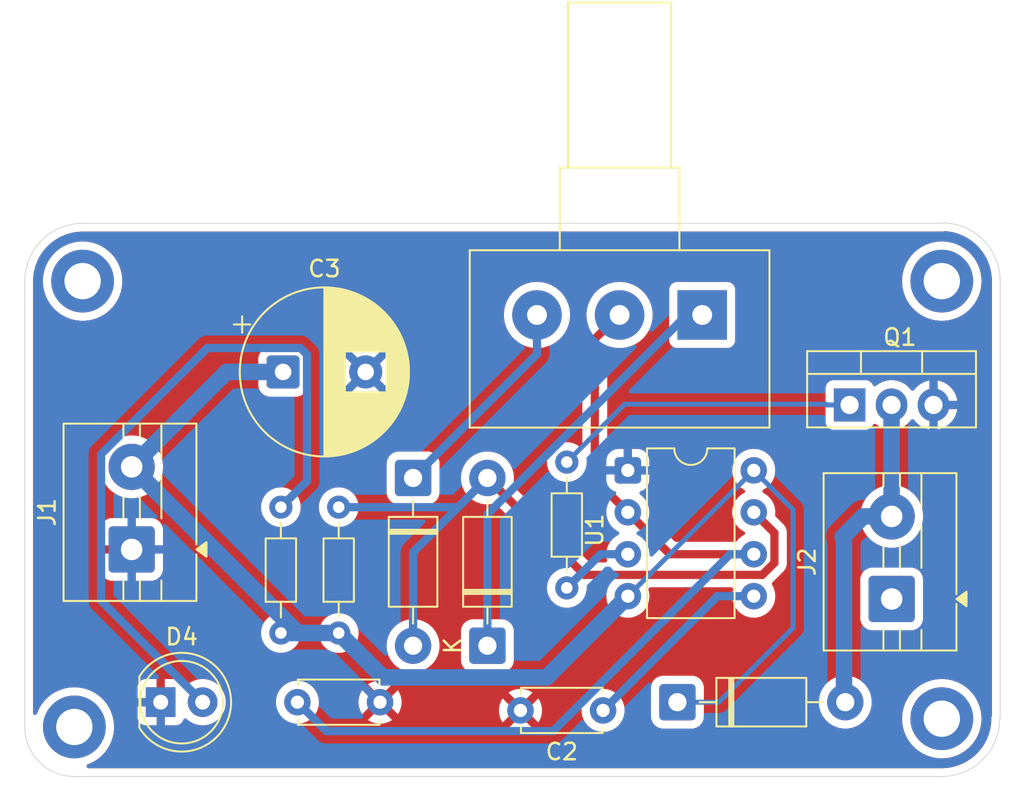
<source format=kicad_pcb>
(kicad_pcb (version 20241229) (generator "pcbnew") (generator_version "9.0")
  (layers (0 "F.Cu" signal) (2 "B.Cu" signal) (13 "F.Paste" user) (15 "B.Paste" user) (5 "F.SilkS" user "F.Silkscreen") (7 "B.SilkS" user "B.Silkscreen") (1 "F.Mask" user) (3 "B.Mask" user) (25 "Edge.Cuts" user))
  (net 0 "")
  (net 1 "Net-(U1-THR)")
  (net 2 "GND")
  (net 3 "Net-(U1-CV)")
  (net 4 "Net-(D3-K)")
  (net 5 "Net-(D1-A)")
  (net 6 "Net-(D1-K)")
  (net 7 "Net-(D2-K)")
  (net 8 "Net-(D3-A)")
  (net 9 "Net-(D4-A)")
  (net 10 "Net-(Q1-B)")
  (net 11 "Net-(U1-Q)")
  (footprint "MountingHole:MountingHole_2.2mm_M2_DIN965_Pad" (layer "F.Cu") (at 61.5 78)
    (property "Reference" "REF**" (hide yes))
    (property "Value" "MountingHole_2.2mm_M2_DIN965_Pad" (hide yes))
    (pad "1" thru_hole circle (at 0 0) (size 3.8 3.8) (drill 2.2) (layers "*.Cu" "*.Mask"))
  )
  (footprint "MountingHole:MountingHole_2.2mm_M2_DIN965_Pad" (layer "F.Cu") (at 113.5 78)
    (property "Reference" "REF**" (hide yes))
    (property "Value" "MountingHole_2.2mm_M2_DIN965_Pad" (hide yes))
    (pad "1" thru_hole circle (at 0 0) (size 3.8 3.8) (drill 2.2) (layers "*.Cu" "*.Mask"))
  )
  (footprint "MountingHole:MountingHole_2.2mm_M2_DIN965_Pad" (layer "F.Cu") (at 113.5 104.5)
    (property "Reference" "REF**" (hide yes))
    (property "Value" "MountingHole_2.2mm_M2_DIN965_Pad" (hide yes))
    (pad "1" thru_hole circle (at 0 0) (size 3.8 3.8) (drill 2.2) (layers "*.Cu" "*.Mask"))
  )
  (footprint "Package_DIP:DIP-8_W7.62mm" (layer "F.Cu") (at 94.5 89.46)
    (property "Reference" "U1" (at -2 3.62 270) (layer "F.SilkS"))
    (property "Value" "NE555P" (hide yes))
    (fp_line (start 1.16 -1.33) (end 1.16 8.95) (stroke (width 0.12)) (layer "F.SilkS"))
    (fp_line (start 1.16 8.95) (end 6.46 8.95) (stroke (width 0.12)) (layer "F.SilkS"))
    (fp_line (start 2.81 -1.33) (end 1.16 -1.33) (stroke (width 0.12)) (layer "F.SilkS"))
    (fp_line (start 6.46 -1.33) (end 4.81 -1.33) (stroke (width 0.12)) (layer "F.SilkS"))
    (fp_line (start 6.46 8.95) (end 6.46 -1.33) (stroke (width 0.12)) (layer "F.SilkS"))
    (fp_arc (start 4.81 -1.33) (mid 3.81 -0.33) (end 2.81 -1.33) (stroke (width 0.12)) (layer "F.SilkS"))
    (pad "1" thru_hole roundrect (at 0 0) (size 1.6 1.6) (drill 0.8) (layers "*.Cu" "*.Mask") (roundrect_rratio 0.15625) (net 2 "GND"))
    (pad "2" thru_hole circle (at 0 2.54) (size 1.6 1.6) (drill 0.8) (layers "*.Cu" "*.Mask") (net 1 "Net-(U1-THR)"))
    (pad "3" thru_hole circle (at 0 5.08) (size 1.6 1.6) (drill 0.8) (layers "*.Cu" "*.Mask") (net 11 "Net-(U1-Q)"))
    (pad "4" thru_hole circle (at 0 7.62) (size 1.6 1.6) (drill 0.8) (layers "*.Cu" "*.Mask") (net 4 "Net-(D3-K)"))
    (pad "5" thru_hole circle (at 7.62 7.62) (size 1.6 1.6) (drill 0.8) (layers "*.Cu" "*.Mask") (net 3 "Net-(U1-CV)"))
    (pad "6" thru_hole circle (at 7.62 5.08) (size 1.6 1.6) (drill 0.8) (layers "*.Cu" "*.Mask") (net 1 "Net-(U1-THR)"))
    (pad "7" thru_hole circle (at 7.62 2.54) (size 1.6 1.6) (drill 0.8) (layers "*.Cu" "*.Mask") (net 5 "Net-(D1-A)"))
    (pad "8" thru_hole circle (at 7.62 0) (size 1.6 1.6) (drill 0.8) (layers "*.Cu" "*.Mask") (net 4 "Net-(D3-K)"))
  )
  (footprint "Diode_THT:D_DO-41_SOD81_P10.16mm_Horizontal" (layer "F.Cu") (at 97.5 103.5)
    (property "Reference" "D3" (hide yes))
    (property "Value" "1N4007" (hide yes))
    (fp_line (start 1.34 0) (end 2.36 0) (stroke (width 0.12)) (layer "F.SilkS"))
    (fp_line (start 3.14 -1.47) (end 3.14 1.47) (stroke (width 0.12)) (layer "F.SilkS"))
    (fp_line (start 3.26 -1.47) (end 3.26 1.47) (stroke (width 0.12)) (layer "F.SilkS"))
    (fp_line (start 3.38 -1.47) (end 3.38 1.47) (stroke (width 0.12)) (layer "F.SilkS"))
    (fp_line (start 8.82 0) (end 7.8 0) (stroke (width 0.12)) (layer "F.SilkS"))
    (fp_rect (start 2.36 -1.47) (end 7.8 1.47) (stroke (width 0.12)) (fill no) (layer "F.SilkS"))
    (pad "1" thru_hole roundrect (at 0 0) (size 2.2 2.2) (drill 1.1) (layers "*.Cu" "*.Mask") (roundrect_rratio 0.113636) (net 4 "Net-(D3-K)"))
    (pad "2" thru_hole circle (at 10.16 0) (size 2.2 2.2) (drill 1.1) (layers "*.Cu" "*.Mask") (net 8 "Net-(D3-A)"))
  )
  (footprint "TerminalBlock:TerminalBlock_MaiXu_MX126-5.0-02P_1x02_P5.00mm" (layer "F.Cu") (at 64.4675 94.25 90)
    (property "Reference" "J1" (at 2.25 -5.12 90) (layer "F.SilkS"))
    (property "Value" "Screw_Terminal_01x02" (hide yes))
    (fp_line (start 7.62 -4.12) (end 7.62 3.92) (stroke (width 0.12)) (layer "F.SilkS"))
    (fp_line (start -3.12 -4.12) (end 7.62 -4.12) (stroke (width 0.12)) (layer "F.SilkS"))
    (fp_line (start 6.812 -0.5) (end 7.62 -0.5) (stroke (width 0.12)) (layer "F.SilkS"))
    (fp_line (start 1.88 -0.5) (end 3.188 -0.5) (stroke (width 0.12)) (layer "F.SilkS"))
    (fp_line (start -3.12 -0.5) (end -1.88 -0.5) (stroke (width 0.12)) (layer "F.SilkS"))
    (fp_line (start 6.812 0.5) (end 7.62 0.5) (stroke (width 0.12)) (layer "F.SilkS"))
    (fp_line (start 1.88 0.5) (end 3.188 0.5) (stroke (width 0.12)) (layer "F.SilkS"))
    (fp_line (start -3.12 0.5) (end -1.88 0.5) (stroke (width 0.12)) (layer "F.SilkS"))
    (fp_line (start 5.543 1.8) (end 7.62 1.8) (stroke (width 0.12)) (layer "F.SilkS"))
    (fp_line (start 1.88 1.8) (end 4.457 1.8) (stroke (width 0.12)) (layer "F.SilkS"))
    (fp_line (start -3.12 1.8) (end -1.88 1.8) (stroke (width 0.12)) (layer "F.SilkS"))
    (fp_line (start 7.62 3.92) (end 0.3 3.92) (stroke (width 0.12)) (layer "F.SilkS"))
    (fp_line (start -0.3 3.92) (end -3.12 3.92) (stroke (width 0.12)) (layer "F.SilkS"))
    (fp_line (start -3.12 3.92) (end -3.12 -4.12) (stroke (width 0.12)) (layer "F.SilkS"))
    (fp_poly (pts (xy 0 3.92) (xy 0.44 4.53) (xy -0.44 4.53)) (stroke (width 0.12)) (fill yes) (layer "F.SilkS"))
    (pad "1" thru_hole roundrect (at 0 0 90) (size 2.8 2.8) (drill 1.3) (layers "*.Cu" "*.Mask") (roundrect_rratio 0.089286) (net 2 "GND"))
    (pad "2" thru_hole circle (at 5 0 90) (size 2.8 2.8) (drill 1.3) (layers "*.Cu" "*.Mask") (net 4 "Net-(D3-K)"))
  )
  (footprint "MountingHole:MountingHole_2.2mm_M2_DIN965_Pad" (layer "F.Cu") (at 61 105)
    (property "Reference" "REF**" (hide yes))
    (property "Value" "MountingHole_2.2mm_M2_DIN965_Pad" (hide yes))
    (pad "1" thru_hole circle (at 0 0) (size 3.8 3.8) (drill 2.2) (layers "*.Cu" "*.Mask"))
  )
  (footprint "Capacitor_THT:C_Disc_D4.7mm_W2.5mm_P5.00mm" (layer "F.Cu") (at 93 104 180)
    (property "Reference" "C2" (at 2.5 -2.5 0) (layer "F.SilkS"))
    (property "Value" "100nf" (hide yes))
    (fp_line (start 4.97 1.37) (end 0.03 1.37) (stroke (width 0.12)) (layer "F.SilkS"))
    (fp_line (start 4.97 1.04) (end 4.97 1.37) (stroke (width 0.12)) (layer "F.SilkS"))
    (fp_line (start 4.97 -1.37) (end 4.97 -1.04) (stroke (width 0.12)) (layer "F.SilkS"))
    (fp_line (start 0.03 1.37) (end 0.03 1.04) (stroke (width 0.12)) (layer "F.SilkS"))
    (fp_line (start 0.03 -1.04) (end 0.03 -1.37) (stroke (width 0.12)) (layer "F.SilkS"))
    (fp_line (start 0.03 -1.37) (end 4.97 -1.37) (stroke (width 0.12)) (layer "F.SilkS"))
    (pad "1" thru_hole circle (at 0 0 180) (size 1.6 1.6) (drill 0.8) (layers "*.Cu" "*.Mask") (net 3 "Net-(U1-CV)"))
    (pad "2" thru_hole circle (at 5 0 180) (size 1.6 1.6) (drill 0.8) (layers "*.Cu" "*.Mask") (net 2 "GND"))
  )
  (footprint "Diode_THT:D_DO-41_SOD81_P10.16mm_Horizontal" (layer "F.Cu") (at 86 100.08 90)
    (property "Reference" "D2" (hide yes))
    (property "Value" "1N4007" (hide yes))
    (fp_line (start 3.38 -1.47) (end 3.38 1.47) (stroke (width 0.12)) (layer "F.SilkS"))
    (fp_line (start 3.26 -1.47) (end 3.26 1.47) (stroke (width 0.12)) (layer "F.SilkS"))
    (fp_line (start 3.14 -1.47) (end 3.14 1.47) (stroke (width 0.12)) (layer "F.SilkS"))
    (fp_line (start 8.82 0) (end 7.8 0) (stroke (width 0.12)) (layer "F.SilkS"))
    (fp_line (start 1.34 0) (end 2.36 0) (stroke (width 0.12)) (layer "F.SilkS"))
    (fp_rect (start 2.36 -1.47) (end 7.8 1.47) (stroke (width 0.12)) (fill no) (layer "F.SilkS"))
    (fp_text user "K" (at 0 -2.1 90) (layer "F.SilkS"))
    (pad "1" thru_hole roundrect (at 0 0 90) (size 2.2 2.2) (drill 1.1) (layers "*.Cu" "*.Mask") (roundrect_rratio 0.113636) (net 7 "Net-(D2-K)"))
    (pad "2" thru_hole circle (at 10.16 0 90) (size 2.2 2.2) (drill 1.1) (layers "*.Cu" "*.Mask") (net 5 "Net-(D1-A)"))
  )
  (footprint "TerminalBlock:TerminalBlock_MaiXu_MX126-5.0-02P_1x02_P5.00mm" (layer "F.Cu") (at 110.4675 97.25 90)
    (property "Reference" "J2" (at 2.25 -5.12 90) (layer "F.SilkS"))
    (property "Value" "Screw_Terminal_01x02" (hide yes))
    (fp_line (start 7.62 -4.12) (end 7.62 3.92) (stroke (width 0.12)) (layer "F.SilkS"))
    (fp_line (start -3.12 -4.12) (end 7.62 -4.12) (stroke (width 0.12)) (layer "F.SilkS"))
    (fp_line (start 6.812 -0.5) (end 7.62 -0.5) (stroke (width 0.12)) (layer "F.SilkS"))
    (fp_line (start 1.88 -0.5) (end 3.188 -0.5) (stroke (width 0.12)) (layer "F.SilkS"))
    (fp_line (start -3.12 -0.5) (end -1.88 -0.5) (stroke (width 0.12)) (layer "F.SilkS"))
    (fp_line (start 6.812 0.5) (end 7.62 0.5) (stroke (width 0.12)) (layer "F.SilkS"))
    (fp_line (start 1.88 0.5) (end 3.188 0.5) (stroke (width 0.12)) (layer "F.SilkS"))
    (fp_line (start -3.12 0.5) (end -1.88 0.5) (stroke (width 0.12)) (layer "F.SilkS"))
    (fp_line (start 5.543 1.8) (end 7.62 1.8) (stroke (width 0.12)) (layer "F.SilkS"))
    (fp_line (start 1.88 1.8) (end 4.457 1.8) (stroke (width 0.12)) (layer "F.SilkS"))
    (fp_line (start -3.12 1.8) (end -1.88 1.8) (stroke (width 0.12)) (layer "F.SilkS"))
    (fp_line (start 7.62 3.92) (end 0.3 3.92) (stroke (width 0.12)) (layer "F.SilkS"))
    (fp_line (start -0.3 3.92) (end -3.12 3.92) (stroke (width 0.12)) (layer "F.SilkS"))
    (fp_line (start -3.12 3.92) (end -3.12 -4.12) (stroke (width 0.12)) (layer "F.SilkS"))
    (fp_poly (pts (xy 0 3.92) (xy 0.44 4.53) (xy -0.44 4.53)) (stroke (width 0.12)) (fill yes) (layer "F.SilkS"))
    (pad "1" thru_hole roundrect (at 0 0 90) (size 2.8 2.8) (drill 1.3) (layers "*.Cu" "*.Mask") (roundrect_rratio 0.089286) (net 4 "Net-(D3-K)"))
    (pad "2" thru_hole circle (at 5 0 90) (size 2.8 2.8) (drill 1.3) (layers "*.Cu" "*.Mask") (net 8 "Net-(D3-A)"))
  )
  (footprint "Capacitor_THT:CP_Radial_D10.0mm_P5.00mm" (layer "F.Cu") (at 73.632323 83.5)
    (property "Reference" "C3" (at 2.5 -6.25 0) (layer "F.SilkS"))
    (property "Value" "1000uf" (hide yes))
    (fp_line (start -2.979646 -2.875) (end -1.979646 -2.875) (stroke (width 0.12)) (layer "F.SilkS"))
    (fp_line (start -2.479646 -3.375) (end -2.479646 -2.375) (stroke (width 0.12)) (layer "F.SilkS"))
    (fp_line (start 2.5 -5.08) (end 2.5 5.08) (stroke (width 0.12)) (layer "F.SilkS"))
    (fp_line (start 2.54 -5.08) (end 2.54 5.08) (stroke (width 0.12)) (layer "F.SilkS"))
    (fp_line (start 2.58 -5.079) (end 2.58 5.079) (stroke (width 0.12)) (layer "F.SilkS"))
    (fp_line (start 2.62 -5.079) (end 2.62 5.079) (stroke (width 0.12)) (layer "F.SilkS"))
    (fp_line (start 2.66 -5.077) (end 2.66 5.077) (stroke (width 0.12)) (layer "F.SilkS"))
    (fp_line (start 2.7 -5.076) (end 2.7 5.076) (stroke (width 0.12)) (layer "F.SilkS"))
    (fp_line (start 2.74 -5.074) (end 2.74 5.074) (stroke (width 0.12)) (layer "F.SilkS"))
    (fp_line (start 2.78 -5.072) (end 2.78 5.072) (stroke (width 0.12)) (layer "F.SilkS"))
    (fp_line (start 2.82 -5.07) (end 2.82 5.07) (stroke (width 0.12)) (layer "F.SilkS"))
    (fp_line (start 2.86 -5.067) (end 2.86 5.067) (stroke (width 0.12)) (layer "F.SilkS"))
    (fp_line (start 2.9 -5.064) (end 2.9 5.064) (stroke (width 0.12)) (layer "F.SilkS"))
    (fp_line (start 2.94 -5.061) (end 2.94 5.061) (stroke (width 0.12)) (layer "F.SilkS"))
    (fp_line (start 2.98 -5.057) (end 2.98 5.057) (stroke (width 0.12)) (layer "F.SilkS"))
    (fp_line (start 3.02 -5.054) (end 3.02 5.054) (stroke (width 0.12)) (layer "F.SilkS"))
    (fp_line (start 3.06 -5.049) (end 3.06 5.049) (stroke (width 0.12)) (layer "F.SilkS"))
    (fp_line (start 3.1 -5.045) (end 3.1 5.045) (stroke (width 0.12)) (layer "F.SilkS"))
    (fp_line (start 3.14 -5.04) (end 3.14 5.04) (stroke (width 0.12)) (layer "F.SilkS"))
    (fp_line (start 3.18 -5.035) (end 3.18 5.035) (stroke (width 0.12)) (layer "F.SilkS"))
    (fp_line (start 3.22 -5.029) (end 3.22 5.029) (stroke (width 0.12)) (layer "F.SilkS"))
    (fp_line (start 3.26 -5.023) (end 3.26 5.023) (stroke (width 0.12)) (layer "F.SilkS"))
    (fp_line (start 3.3 -5.017) (end 3.3 5.017) (stroke (width 0.12)) (layer "F.SilkS"))
    (fp_line (start 3.34 -5.011) (end 3.34 5.011) (stroke (width 0.12)) (layer "F.SilkS"))
    (fp_line (start 3.38 -5.004) (end 3.38 5.004) (stroke (width 0.12)) (layer "F.SilkS"))
    (fp_line (start 3.42 -4.997) (end 3.42 4.997) (stroke (width 0.12)) (layer "F.SilkS"))
    (fp_line (start 3.46 -4.989) (end 3.46 4.989) (stroke (width 0.12)) (layer "F.SilkS"))
    (fp_line (start 3.5 -4.981) (end 3.5 4.981) (stroke (width 0.12)) (layer "F.SilkS"))
    (fp_line (start 3.54 -4.973) (end 3.54 4.973) (stroke (width 0.12)) (layer "F.SilkS"))
    (fp_line (start 3.58 -4.965) (end 3.58 4.965) (stroke (width 0.12)) (layer "F.SilkS"))
    (fp_line (start 3.62 -4.956) (end 3.62 4.956) (stroke (width 0.12)) (layer "F.SilkS"))
    (fp_line (start 3.66 -4.947) (end 3.66 4.947) (stroke (width 0.12)) (layer "F.SilkS"))
    (fp_line (start 3.7 -4.937) (end 3.7 4.937) (stroke (width 0.12)) (layer "F.SilkS"))
    (fp_line (start 3.74 -4.928) (end 3.74 4.928) (stroke (width 0.12)) (layer "F.SilkS"))
    (fp_line (start 3.78 -4.917) (end 3.78 -1.24) (stroke (width 0.12)) (layer "F.SilkS"))
    (fp_line (start 3.78 1.24) (end 3.78 4.917) (stroke (width 0.12)) (layer "F.SilkS"))
    (fp_line (start 3.82 -4.907) (end 3.82 -1.24) (stroke (width 0.12)) (layer "F.SilkS"))
    (fp_line (start 3.82 1.24) (end 3.82 4.907) (stroke (width 0.12)) (layer "F.SilkS"))
    (fp_line (start 3.86 -4.896) (end 3.86 -1.24) (stroke (width 0.12)) (layer "F.SilkS"))
    (fp_line (start 3.86 1.24) (end 3.86 4.896) (stroke (width 0.12)) (layer "F.SilkS"))
    (fp_line (start 3.9 -4.885) (end 3.9 -1.24) (stroke (width 0.12)) (layer "F.SilkS"))
    (fp_line (start 3.9 1.24) (end 3.9 4.885) (stroke (width 0.12)) (layer "F.SilkS"))
    (fp_line (start 3.94 -4.873) (end 3.94 -1.24) (stroke (width 0.12)) (layer "F.SilkS"))
    (fp_line (start 3.94 1.24) (end 3.94 4.873) (stroke (width 0.12)) (layer "F.SilkS"))
    (fp_line (start 3.98 -4.861) (end 3.98 -1.24) (stroke (width 0.12)) (layer "F.SilkS"))
    (fp_line (start 3.98 1.24) (end 3.98 4.861) (stroke (width 0.12)) (layer "F.SilkS"))
    (fp_line (start 4.02 -4.849) (end 4.02 -1.24) (stroke (width 0.12)) (layer "F.SilkS"))
    (fp_line (start 4.02 1.24) (end 4.02 4.849) (stroke (width 0.12)) (layer "F.SilkS"))
    (fp_line (start 4.06 -4.837) (end 4.06 -1.24) (stroke (width 0.12)) (layer "F.SilkS"))
    (fp_line (start 4.06 1.24) (end 4.06 4.837) (stroke (width 0.12)) (layer "F.SilkS"))
    (fp_line (start 4.1 -4.824) (end 4.1 -1.24) (stroke (width 0.12)) (layer "F.SilkS"))
    (fp_line (start 4.1 1.24) (end 4.1 4.824) (stroke (width 0.12)) (layer "F.SilkS"))
    (fp_line (start 4.14 -4.81) (end 4.14 -1.24) (stroke (width 0.12)) (layer "F.SilkS"))
    (fp_line (start 4.14 1.24) (end 4.14 4.81) (stroke (width 0.12)) (layer "F.SilkS"))
    (fp_line (start 4.18 -4.797) (end 4.18 -1.24) (stroke (width 0.12)) (layer "F.SilkS"))
    (fp_line (start 4.18 1.24) (end 4.18 4.797) (stroke (width 0.12)) (layer "F.SilkS"))
    (fp_line (start 4.22 -4.782) (end 4.22 -1.24) (stroke (width 0.12)) (layer "F.SilkS"))
    (fp_line (start 4.22 1.24) (end 4.22 4.782) (stroke (width 0.12)) (layer "F.SilkS"))
    (fp_line (start 4.26 -4.768) (end 4.26 -1.24) (stroke (width 0.12)) (layer "F.SilkS"))
    (fp_line (start 4.26 1.24) (end 4.26 4.768) (stroke (width 0.12)) (layer "F.SilkS"))
    (fp_line (start 4.3 -4.753) (end 4.3 -1.24) (stroke (width 0.12)) (layer "F.SilkS"))
    (fp_line (start 4.3 1.24) (end 4.3 4.753) (stroke (width 0.12)) (layer "F.SilkS"))
    (fp_line (start 4.34 -4.738) (end 4.34 -1.24) (stroke (width 0.12)) (layer "F.SilkS"))
    (fp_line (start 4.34 1.24) (end 4.34 4.738) (stroke (width 0.12)) (layer "F.SilkS"))
    (fp_line (start 4.38 -4.722) (end 4.38 -1.24) (stroke (width 0.12)) (layer "F.SilkS"))
    (fp_line (start 4.38 1.24) (end 4.38 4.722) (stroke (width 0.12)) (layer "F.SilkS"))
    (fp_line (start 4.42 -4.706) (end 4.42 -1.24) (stroke (width 0.12)) (layer "F.SilkS"))
    (fp_line (start 4.42 1.24) (end 4.42 4.706) (stroke (width 0.12)) (layer "F.SilkS"))
    (fp_line (start 4.46 -4.69) (end 4.46 -1.24) (stroke (width 0.12)) (layer "F.SilkS"))
    (fp_line (start 4.46 1.24) (end 4.46 4.69) (stroke (width 0.12)) (layer "F.SilkS"))
    (fp_line (start 4.5 -4.673) (end 4.5 -1.24) (stroke (width 0.12)) (layer "F.SilkS"))
    (fp_line (start 4.5 1.24) (end 4.5 4.673) (stroke (width 0.12)) (layer "F.SilkS"))
    (fp_line (start 4.54 -4.656) (end 4.54 -1.24) (stroke (width 0.12)) (layer "F.SilkS"))
    (fp_line (start 4.54 1.24) (end 4.54 4.656) (stroke (width 0.12)) (layer "F.SilkS"))
    (fp_line (start 4.58 -4.638) (end 4.58 -1.24) (stroke (width 0.12)) (layer "F.SilkS"))
    (fp_line (start 4.58 1.24) (end 4.58 4.638) (stroke (width 0.12)) (layer "F.SilkS"))
    (fp_line (start 4.62 -4.62) (end 4.62 -1.24) (stroke (width 0.12)) (layer "F.SilkS"))
    (fp_line (start 4.62 1.24) (end 4.62 4.62) (stroke (width 0.12)) (layer "F.SilkS"))
    (fp_line (start 4.66 -4.602) (end 4.66 -1.24) (stroke (width 0.12)) (layer "F.SilkS"))
    (fp_line (start 4.66 1.24) (end 4.66 4.602) (stroke (width 0.12)) (layer "F.SilkS"))
    (fp_line (start 4.7 -4.583) (end 4.7 -1.24) (stroke (width 0.12)) (layer "F.SilkS"))
    (fp_line (start 4.7 1.24) (end 4.7 4.583) (stroke (width 0.12)) (layer "F.SilkS"))
    (fp_line (start 4.74 -4.564) (end 4.74 -1.24) (stroke (width 0.12)) (layer "F.SilkS"))
    (fp_line (start 4.74 1.24) (end 4.74 4.564) (stroke (width 0.12)) (layer "F.SilkS"))
    (fp_line (start 4.78 -4.544) (end 4.78 -1.24) (stroke (width 0.12)) (layer "F.SilkS"))
    (fp_line (start 4.78 1.24) (end 4.78 4.544) (stroke (width 0.12)) (layer "F.SilkS"))
    (fp_line (start 4.82 -4.524) (end 4.82 -1.24) (stroke (width 0.12)) (layer "F.SilkS"))
    (fp_line (start 4.82 1.24) (end 4.82 4.524) (stroke (width 0.12)) (layer "F.SilkS"))
    (fp_line (start 4.86 -4.504) (end 4.86 -1.24) (stroke (width 0.12)) (layer "F.SilkS"))
    (fp_line (start 4.86 1.24) (end 4.86 4.504) (stroke (width 0.12)) (layer "F.SilkS"))
    (fp_line (start 4.9 -4.483) (end 4.9 -1.24) (stroke (width 0.12)) (layer "F.SilkS"))
    (fp_line (start 4.9 1.24) (end 4.9 4.483) (stroke (width 0.12)) (layer "F.SilkS"))
    (fp_line (start 4.94 -4.461) (end 4.94 -1.24) (stroke (width 0.12)) (layer "F.SilkS"))
    (fp_line (start 4.94 1.24) (end 4.94 4.461) (stroke (width 0.12)) (layer "F.SilkS"))
    (fp_line (start 4.98 -4.439) (end 4.98 -1.24) (stroke (width 0.12)) (layer "F.SilkS"))
    (fp_line (start 4.98 1.24) (end 4.98 4.439) (stroke (width 0.12)) (layer "F.SilkS"))
    (fp_line (start 5.02 -4.417) (end 5.02 -1.24) (stroke (width 0.12)) (layer "F.SilkS"))
    (fp_line (start 5.02 1.24) (end 5.02 4.417) (stroke (width 0.12)) (layer "F.SilkS"))
    (fp_line (start 5.06 -4.394) (end 5.06 -1.24) (stroke (width 0.12)) (layer "F.SilkS"))
    (fp_line (start 5.06 1.24) (end 5.06 4.394) (stroke (width 0.12)) (layer "F.SilkS"))
    (fp_line (start 5.1 -4.371) (end 5.1 -1.24) (stroke (width 0.12)) (layer "F.SilkS"))
    (fp_line (start 5.1 1.24) (end 5.1 4.371) (stroke (width 0.12)) (layer "F.SilkS"))
    (fp_line (start 5.14 -4.347) (end 5.14 -1.24) (stroke (width 0.12)) (layer "F.SilkS"))
    (fp_line (start 5.14 1.24) (end 5.14 4.347) (stroke (width 0.12)) (layer "F.SilkS"))
    (fp_line (start 5.18 -4.323) (end 5.18 -1.24) (stroke (width 0.12)) (layer "F.SilkS"))
    (fp_line (start 5.18 1.24) (end 5.18 4.323) (stroke (width 0.12)) (layer "F.SilkS"))
    (fp_line (start 5.22 -4.298) (end 5.22 -1.24) (stroke (width 0.12)) (layer "F.SilkS"))
    (fp_line (start 5.22 1.24) (end 5.22 4.298) (stroke (width 0.12)) (layer "F.SilkS"))
    (fp_line (start 5.26 -4.272) (end 5.26 -1.24) (stroke (width 0.12)) (layer "F.SilkS"))
    (fp_line (start 5.26 1.24) (end 5.26 4.272) (stroke (width 0.12)) (layer "F.SilkS"))
    (fp_line (start 5.3 -4.247) (end 5.3 -1.24) (stroke (width 0.12)) (layer "F.SilkS"))
    (fp_line (start 5.3 1.24) (end 5.3 4.247) (stroke (width 0.12)) (layer "F.SilkS"))
    (fp_line (start 5.34 -4.22) (end 5.34 -1.24) (stroke (width 0.12)) (layer "F.SilkS"))
    (fp_line (start 5.34 1.24) (end 5.34 4.22) (stroke (width 0.12)) (layer "F.SilkS"))
    (fp_line (start 5.38 -4.193) (end 5.38 -1.24) (stroke (width 0.12)) (layer "F.SilkS"))
    (fp_line (start 5.38 1.24) (end 5.38 4.193) (stroke (width 0.12)) (layer "F.SilkS"))
    (fp_line (start 5.42 -4.166) (end 5.42 -1.24) (stroke (width 0.12)) (layer "F.SilkS"))
    (fp_line (start 5.42 1.24) (end 5.42 4.166) (stroke (width 0.12)) (layer "F.SilkS"))
    (fp_line (start 5.46 -4.138) (end 5.46 -1.24) (stroke (width 0.12)) (layer "F.SilkS"))
    (fp_line (start 5.46 1.24) (end 5.46 4.138) (stroke (width 0.12)) (layer "F.SilkS"))
    (fp_line (start 5.5 -4.109) (end 5.5 -1.24) (stroke (width 0.12)) (layer "F.SilkS"))
    (fp_line (start 5.5 1.24) (end 5.5 4.109) (stroke (width 0.12)) (layer "F.SilkS"))
    (fp_line (start 5.54 -4.08) (end 5.54 -1.24) (stroke (width 0.12)) (layer "F.SilkS"))
    (fp_line (start 5.54 1.24) (end 5.54 4.08) (stroke (width 0.12)) (layer "F.SilkS"))
    (fp_line (start 5.58 -4.05) (end 5.58 -1.24) (stroke (width 0.12)) (layer "F.SilkS"))
    (fp_line (start 5.58 1.24) (end 5.58 4.05) (stroke (width 0.12)) (layer "F.SilkS"))
    (fp_line (start 5.62 -4.02) (end 5.62 -1.24) (stroke (width 0.12)) (layer "F.SilkS"))
    (fp_line (start 5.62 1.24) (end 5.62 4.02) (stroke (width 0.12)) (layer "F.SilkS"))
    (fp_line (start 5.66 -3.988) (end 5.66 -1.24) (stroke (width 0.12)) (layer "F.SilkS"))
    (fp_line (start 5.66 1.24) (end 5.66 3.988) (stroke (width 0.12)) (layer "F.SilkS"))
    (fp_line (start 5.7 -3.957) (end 5.7 -1.24) (stroke (width 0.12)) (layer "F.SilkS"))
    (fp_line (start 5.7 1.24) (end 5.7 3.957) (stroke (width 0.12)) (layer "F.SilkS"))
    (fp_line (start 5.74 -3.924) (end 5.74 -1.24) (stroke (width 0.12)) (layer "F.SilkS"))
    (fp_line (start 5.74 1.24) (end 5.74 3.924) (stroke (width 0.12)) (layer "F.SilkS"))
    (fp_line (start 5.78 -3.891) (end 5.78 -1.24) (stroke (width 0.12)) (layer "F.SilkS"))
    (fp_line (start 5.78 1.24) (end 5.78 3.891) (stroke (width 0.12)) (layer "F.SilkS"))
    (fp_line (start 5.82 -3.858) (end 5.82 -1.24) (stroke (width 0.12)) (layer "F.SilkS"))
    (fp_line (start 5.82 1.24) (end 5.82 3.858) (stroke (width 0.12)) (layer "F.SilkS"))
    (fp_line (start 5.86 -3.823) (end 5.86 -1.24) (stroke (width 0.12)) (layer "F.SilkS"))
    (fp_line (start 5.86 1.24) (end 5.86 3.823) (stroke (width 0.12)) (layer "F.SilkS"))
    (fp_line (start 5.9 -3.788) (end 5.9 -1.24) (stroke (width 0.12)) (layer "F.SilkS"))
    (fp_line (start 5.9 1.24) (end 5.9 3.788) (stroke (width 0.12)) (layer "F.SilkS"))
    (fp_line (start 5.94 -3.752) (end 5.94 -1.24) (stroke (width 0.12)) (layer "F.SilkS"))
    (fp_line (start 5.94 1.24) (end 5.94 3.752) (stroke (width 0.12)) (layer "F.SilkS"))
    (fp_line (start 5.98 -3.716) (end 5.98 -1.24) (stroke (width 0.12)) (layer "F.SilkS"))
    (fp_line (start 5.98 1.24) (end 5.98 3.716) (stroke (width 0.12)) (layer "F.SilkS"))
    (fp_line (start 6.02 -3.678) (end 6.02 -1.24) (stroke (width 0.12)) (layer "F.SilkS"))
    (fp_line (start 6.02 1.24) (end 6.02 3.678) (stroke (width 0.12)) (layer "F.SilkS"))
    (fp_line (start 6.06 -3.64) (end 6.06 -1.24) (stroke (width 0.12)) (layer "F.SilkS"))
    (fp_line (start 6.06 1.24) (end 6.06 3.64) (stroke (width 0.12)) (layer "F.SilkS"))
    (fp_line (start 6.1 -3.601) (end 6.1 -1.24) (stroke (width 0.12)) (layer "F.SilkS"))
    (fp_line (start 6.1 1.24) (end 6.1 3.601) (stroke (width 0.12)) (layer "F.SilkS"))
    (fp_line (start 6.14 -3.561) (end 6.14 -1.24) (stroke (width 0.12)) (layer "F.SilkS"))
    (fp_line (start 6.14 1.24) (end 6.14 3.561) (stroke (width 0.12)) (layer "F.SilkS"))
    (fp_line (start 6.18 -3.52) (end 6.18 -1.24) (stroke (width 0.12)) (layer "F.SilkS"))
    (fp_line (start 6.18 1.24) (end 6.18 3.52) (stroke (width 0.12)) (layer "F.SilkS"))
    (fp_line (start 6.22 -3.478) (end 6.22 -1.24) (stroke (width 0.12)) (layer "F.SilkS"))
    (fp_line (start 6.22 1.24) (end 6.22 3.478) (stroke (width 0.12)) (layer "F.SilkS"))
    (fp_line (start 6.26 -3.435) (end 6.26 3.435) (stroke (width 0.12)) (layer "F.SilkS"))
    (fp_line (start 6.3 -3.391) (end 6.3 3.391) (stroke (width 0.12)) (layer "F.SilkS"))
    (fp_line (start 6.34 -3.347) (end 6.34 3.347) (stroke (width 0.12)) (layer "F.SilkS"))
    (fp_line (start 6.38 -3.301) (end 6.38 3.301) (stroke (width 0.12)) (layer "F.SilkS"))
    (fp_line (start 6.42 -3.254) (end 6.42 3.254) (stroke (width 0.12)) (layer "F.SilkS"))
    (fp_line (start 6.46 -3.205) (end 6.46 3.205) (stroke (width 0.12)) (layer "F.SilkS"))
    (fp_line (start 6.5 -3.156) (end 6.5 3.156) (stroke (width 0.12)) (layer "F.SilkS"))
    (fp_line (start 6.54 -3.105) (end 6.54 3.105) (stroke (width 0.12)) (layer "F.SilkS"))
    (fp_line (start 6.58 -3.053) (end 6.58 3.053) (stroke (width 0.12)) (layer "F.SilkS"))
    (fp_line (start 6.62 -3) (end 6.62 3) (stroke (width 0.12)) (layer "F.SilkS"))
    (fp_line (start 6.66 -2.945) (end 6.66 2.945) (stroke (width 0.12)) (layer "F.SilkS"))
    (fp_line (start 6.7 -2.888) (end 6.7 2.888) (stroke (width 0.12)) (layer "F.SilkS"))
    (fp_line (start 6.74 -2.83) (end 6.74 2.83) (stroke (width 0.12)) (layer "F.SilkS"))
    (fp_line (start 6.78 -2.77) (end 6.78 2.77) (stroke (width 0.12)) (layer "F.SilkS"))
    (fp_line (start 6.82 -2.708) (end 6.82 2.708) (stroke (width 0.12)) (layer "F.SilkS"))
    (fp_line (start 6.86 -2.644) (end 6.86 2.644) (stroke (width 0.12)) (layer "F.SilkS"))
    (fp_line (start 6.9 -2.578) (end 6.9 2.578) (stroke (width 0.12)) (layer "F.SilkS"))
    (fp_line (start 6.94 -2.51) (end 6.94 2.51) (stroke (width 0.12)) (layer "F.SilkS"))
    (fp_line (start 6.98 -2.439) (end 6.98 2.439) (stroke (width 0.12)) (layer "F.SilkS"))
    (fp_line (start 7.02 -2.365) (end 7.02 2.365) (stroke (width 0.12)) (layer "F.SilkS"))
    (fp_line (start 7.06 -2.288) (end 7.06 2.288) (stroke (width 0.12)) (layer "F.SilkS"))
    (fp_line (start 7.1 -2.208) (end 7.1 2.208) (stroke (width 0.12)) (layer "F.SilkS"))
    (fp_line (start 7.14 -2.124) (end 7.14 2.124) (stroke (width 0.12)) (layer "F.SilkS"))
    (fp_line (start 7.18 -2.037) (end 7.18 2.037) (stroke (width 0.12)) (layer "F.SilkS"))
    (fp_line (start 7.22 -1.944) (end 7.22 1.944) (stroke (width 0.12)) (layer "F.SilkS"))
    (fp_line (start 7.26 -1.846) (end 7.26 1.846) (stroke (width 0.12)) (layer "F.SilkS"))
    (fp_line (start 7.3 -1.742) (end 7.3 1.742) (stroke (width 0.12)) (layer "F.SilkS"))
    (fp_line (start 7.34 -1.63) (end 7.34 1.63) (stroke (width 0.12)) (layer "F.SilkS"))
    (fp_line (start 7.38 -1.509) (end 7.38 1.509) (stroke (width 0.12)) (layer "F.SilkS"))
    (fp_line (start 7.42 -1.377) (end 7.42 1.377) (stroke (width 0.12)) (layer "F.SilkS"))
    (fp_line (start 7.46 -1.23) (end 7.46 1.23) (stroke (width 0.12)) (layer "F.SilkS"))
    (fp_line (start 7.5 -1.062) (end 7.5 1.062) (stroke (width 0.12)) (layer "F.SilkS"))
    (fp_line (start 7.54 -0.862) (end 7.54 0.862) (stroke (width 0.12)) (layer "F.SilkS"))
    (fp_line (start 7.58 -0.599) (end 7.58 0.599) (stroke (width 0.12)) (layer "F.SilkS"))
    (fp_circle (center 2.5 0) (end 7.62 0) (stroke (width 0.12)) (fill no) (layer "F.SilkS"))
    (pad "1" thru_hole roundrect (at 0 0) (size 2 2) (drill 1) (layers "*.Cu" "*.Mask") (roundrect_rratio 0.125) (net 4 "Net-(D3-K)"))
    (pad "2" thru_hole circle (at 5 0) (size 2 2) (drill 1) (layers "*.Cu" "*.Mask") (net 2 "GND"))
  )
  (footprint "Resistor_THT:R_Axial_DIN0204_L3.6mm_D1.6mm_P7.62mm_Horizontal" (layer "F.Cu") (at 77 99.31 90)
    (property "Reference" "R1" (hide yes))
    (property "Value" "1K" (hide yes))
    (fp_line (start 6.68 0) (end 5.73 0) (stroke (width 0.12)) (layer "F.SilkS"))
    (fp_line (start 0.94 0) (end 1.89 0) (stroke (width 0.12)) (layer "F.SilkS"))
    (fp_rect (start 1.89 -0.92) (end 5.73 0.92) (stroke (width 0.12)) (fill no) (layer "F.SilkS"))
    (pad "1" thru_hole circle (at 0 0 90) (size 1.4 1.4) (drill 0.7) (layers "*.Cu" "*.Mask") (net 4 "Net-(D3-K)"))
    (pad "2" thru_hole circle (at 7.62 0 90) (size 1.4 1.4) (drill 0.7) (layers "*.Cu" "*.Mask") (net 5 "Net-(D1-A)"))
  )
  (footprint "Capacitor_THT:C_Disc_D4.7mm_W2.5mm_P5.00mm" (layer "F.Cu") (at 74.5 103.5)
    (property "Reference" "C1" (hide yes))
    (property "Value" "100nF" (hide yes))
    (fp_line (start 0.03 -1.37) (end 4.97 -1.37) (stroke (width 0.12)) (layer "F.SilkS"))
    (fp_line (start 0.03 -1.04) (end 0.03 -1.37) (stroke (width 0.12)) (layer "F.SilkS"))
    (fp_line (start 0.03 1.37) (end 0.03 1.04) (stroke (width 0.12)) (layer "F.SilkS"))
    (fp_line (start 4.97 -1.37) (end 4.97 -1.04) (stroke (width 0.12)) (layer "F.SilkS"))
    (fp_line (start 4.97 1.04) (end 4.97 1.37) (stroke (width 0.12)) (layer "F.SilkS"))
    (fp_line (start 4.97 1.37) (end 0.03 1.37) (stroke (width 0.12)) (layer "F.SilkS"))
    (pad "1" thru_hole circle (at 0 0) (size 1.6 1.6) (drill 0.8) (layers "*.Cu" "*.Mask") (net 1 "Net-(U1-THR)"))
    (pad "2" thru_hole circle (at 5 0) (size 1.6 1.6) (drill 0.8) (layers "*.Cu" "*.Mask") (net 2 "GND"))
  )
  (footprint "LED_THT:LED_D5.0mm" (layer "F.Cu") (at 66.225 103.5)
    (property "Reference" "D4" (at 1.27 -3.96 0) (layer "F.SilkS"))
    (property "Value" "LED" (hide yes))
    (fp_line (start -1.29 -1.545) (end -1.29 1.545) (stroke (width 0.12)) (layer "F.SilkS"))
    (fp_arc (start -1.29 -1.54483) (mid 2.071779 -2.880495) (end 4.26 0) (stroke (width 0.12)) (layer "F.SilkS"))
    (fp_arc (start 4.26 0) (mid 2.071779 2.880495) (end -1.29 1.54483) (stroke (width 0.12)) (layer "F.SilkS"))
    (fp_circle (center 1.27 0) (end 3.77 0) (stroke (width 0.12)) (fill no) (layer "F.SilkS"))
    (pad "1" thru_hole rect (at 0 0) (size 1.8 1.8) (drill 0.9) (layers "*.Cu" "*.Mask") (net 2 "GND"))
    (pad "2" thru_hole circle (at 2.54 0) (size 1.8 1.8) (drill 0.9) (layers "*.Cu" "*.Mask") (net 9 "Net-(D4-A)"))
  )
  (footprint "Resistor_THT:R_Axial_DIN0204_L3.6mm_D1.6mm_P7.62mm_Horizontal" (layer "F.Cu") (at 73.5 99.31 90)
    (property "Reference" "R3" (hide yes))
    (property "Value" "2.2K" (hide yes))
    (fp_line (start 6.68 0) (end 5.73 0) (stroke (width 0.12)) (layer "F.SilkS"))
    (fp_line (start 0.94 0) (end 1.89 0) (stroke (width 0.12)) (layer "F.SilkS"))
    (fp_rect (start 1.89 -0.92) (end 5.73 0.92) (stroke (width 0.12)) (fill no) (layer "F.SilkS"))
    (pad "1" thru_hole circle (at 0 0 90) (size 1.4 1.4) (drill 0.7) (layers "*.Cu" "*.Mask") (net 4 "Net-(D3-K)"))
    (pad "2" thru_hole circle (at 7.62 0 90) (size 1.4 1.4) (drill 0.7) (layers "*.Cu" "*.Mask") (net 9 "Net-(D4-A)"))
  )
  (footprint "Resistor_THT:R_Axial_DIN0204_L3.6mm_D1.6mm_P7.62mm_Horizontal" (layer "F.Cu") (at 90.805 96.58 90)
    (property "Reference" "R2" (hide yes))
    (property "Value" "1k")
    (fp_line (start 6.68 0) (end 5.73 0) (stroke (width 0.12)) (layer "F.SilkS"))
    (fp_line (start 0.94 0) (end 1.89 0) (stroke (width 0.12)) (layer "F.SilkS"))
    (fp_rect (start 1.89 -0.92) (end 5.73 0.92) (stroke (width 0.12)) (fill no) (layer "F.SilkS"))
    (pad "1" thru_hole circle (at 0 0 90) (size 1.4 1.4) (drill 0.7) (layers "*.Cu" "*.Mask") (net 11 "Net-(U1-Q)"))
    (pad "2" thru_hole circle (at 7.62 0 90) (size 1.4 1.4) (drill 0.7) (layers "*.Cu" "*.Mask") (net 10 "Net-(Q1-B)"))
  )
  (footprint "Package_TO_SOT_THT:TO-220-3_Vertical" (layer "F.Cu") (at 107.92 85.5)
    (property "Reference" "Q1" (at 3.04 -4.1 0) (layer "F.SilkS"))
    (property "Value" "TIP122" (hide yes))
    (fp_line (start -2.57 -3.26) (end 7.65 -3.26) (stroke (width 0.12)) (layer "F.SilkS"))
    (fp_line (start -2.57 -1.88) (end 7.65 -1.88) (stroke (width 0.12)) (layer "F.SilkS"))
    (fp_line (start -2.57 1.36) (end -2.57 -3.26) (stroke (width 0.12)) (layer "F.SilkS"))
    (fp_line (start 0.69 -3.26) (end 0.69 -1.88) (stroke (width 0.12)) (layer "F.SilkS"))
    (fp_line (start 4.39 -3.26) (end 4.39 -1.88) (stroke (width 0.12)) (layer "F.SilkS"))
    (fp_line (start 7.65 -3.26) (end 7.65 1.36) (stroke (width 0.12)) (layer "F.SilkS"))
    (fp_line (start 7.65 1.36) (end -2.57 1.36) (stroke (width 0.12)) (layer "F.SilkS"))
    (pad "1" thru_hole rect (at 0 0) (size 1.905 2) (drill 1.1) (layers "*.Cu" "*.Mask") (net 10 "Net-(Q1-B)"))
    (pad "2" thru_hole oval (at 2.54 0) (size 1.905 2) (drill 1.1) (layers "*.Cu" "*.Mask") (net 8 "Net-(D3-A)"))
    (pad "3" thru_hole oval (at 5.08 0) (size 1.905 2) (drill 1.1) (layers "*.Cu" "*.Mask") (net 2 "GND"))
  )
  (footprint "Potentiometer_THT:Potentiometer_Alps_RK163_Single_Horizontal" (layer "F.Cu") (at 99 80.05 -90)
    (property "Reference" "RV1" (hide yes))
    (property "Value" "100k" (hide yes))
    (fp_line (start -3.92 14.07) (end -3.92 -4.07) (stroke (width 0.12)) (layer "F.SilkS"))
    (fp_line (start 6.82 14.07) (end -3.92 14.07) (stroke (width 0.12)) (layer "F.SilkS"))
    (fp_line (start 6.82 14.07) (end 6.82 -4.07) (stroke (width 0.12)) (layer "F.SilkS"))
    (fp_line (start -8.92 8.62) (end -8.92 1.38) (stroke (width 0.12)) (layer "F.SilkS"))
    (fp_line (start -3.92 8.62) (end -8.92 8.62) (stroke (width 0.12)) (layer "F.SilkS"))
    (fp_line (start -18.92 8.12) (end -18.92 1.88) (stroke (width 0.12)) (layer "F.SilkS"))
    (fp_line (start -8.92 8.12) (end -18.92 8.12) (stroke (width 0.12)) (layer "F.SilkS"))
    (fp_line (start -8.92 1.88) (end -18.92 1.88) (stroke (width 0.12)) (layer "F.SilkS"))
    (fp_line (start -3.92 1.38) (end -8.92 1.38) (stroke (width 0.12)) (layer "F.SilkS"))
    (fp_line (start 6.82 -4.07) (end -3.92 -4.07) (stroke (width 0.12)) (layer "F.SilkS"))
    (pad "1" thru_hole rect (at 0 0 90) (size 3 3) (drill 1.2) (layers "*.Cu" "*.Mask") (net 7 "Net-(D2-K)"))
    (pad "2" thru_hole circle (at 0 5 90) (size 3 3) (drill 1.2) (layers "*.Cu" "*.Mask") (net 1 "Net-(U1-THR)"))
    (pad "3" thru_hole circle (at 0 10 90) (size 3 3) (drill 1.2) (layers "*.Cu" "*.Mask") (net 6 "Net-(D1-K)"))
  )
  (footprint "Diode_THT:D_DO-41_SOD81_P10.16mm_Horizontal" (layer "F.Cu") (at 81.5 89.92 -90)
    (property "Reference" "D1" (hide yes))
    (property "Value" "1N4007" (hide yes))
    (fp_line (start 1.34 0) (end 2.36 0) (stroke (width 0.12)) (layer "F.SilkS"))
    (fp_line (start 8.82 0) (end 7.8 0) (stroke (width 0.12)) (layer "F.SilkS"))
    (fp_line (start 3.14 -1.47) (end 3.14 1.47) (stroke (width 0.12)) (layer "F.SilkS"))
    (fp_line (start 3.26 -1.47) (end 3.26 1.47) (stroke (width 0.12)) (layer "F.SilkS"))
    (fp_line (start 3.38 -1.47) (end 3.38 1.47) (stroke (width 0.12)) (layer "F.SilkS"))
    (fp_rect (start 2.36 -1.47) (end 7.8 1.47) (stroke (width 0.12)) (fill no) (layer "F.SilkS"))
    (pad "1" thru_hole roundrect (at 0 0 270) (size 2.2 2.2) (drill 1.1) (layers "*.Cu" "*.Mask") (roundrect_rratio 0.113636) (net 6 "Net-(D1-K)"))
    (pad "2" thru_hole circle (at 10.16 0 270) (size 2.2 2.2) (drill 1.1) (layers "*.Cu" "*.Mask") (net 5 "Net-(D1-A)"))
  )
  (gr_line (start 61.5 74.5) (end 113.5 74.5) (stroke (width 0.05)) (layer "Edge.Cuts"))
  (gr_arc (start 61 108) (mid 58.87868 107.12132) (end 58 105) (stroke (width 0.05)) (layer "Edge.Cuts"))
  (gr_arc (start 113.5 74.464466) (mid 116 75.5) (end 117.035534 78) (stroke (width 0.05)) (layer "Edge.Cuts"))
  (gr_line (start 113.5 108) (end 61 108) (stroke (width 0.05)) (layer "Edge.Cuts"))
  (gr_line (start 117 104.5) (end 117.035534 104.5) (stroke (width 0.05)) (layer "Edge.Cuts"))
  (gr_line (start 113.5 74.464466) (end 113.5 74.5) (stroke (width 0.05)) (layer "Edge.Cuts"))
  (gr_line (start 58 105) (end 58 78) (stroke (width 0.05)) (layer "Edge.Cuts"))
  (gr_line (start 117.035534 78) (end 117.035534 104.5) (stroke (width 0.05)) (layer "Edge.Cuts"))
  (gr_arc (start 117 104.5) (mid 115.974874 106.974874) (end 113.5 108) (stroke (width 0.05)) (layer "Edge.Cuts"))
  (gr_arc (start 58 78) (mid 59.025126 75.525126) (end 61.5 74.5) (stroke (width 0.05)) (layer "Edge.Cuts"))
  (segment (start 92.5 90) (end 94.5 92) (width 0.5) (layer "F.Cu") (net 1))
  (segment (start 94 80) (end 92.5 81.5) (width 0.5) (layer "F.Cu") (net 1))
  (segment (start 92.5 81.5) (end 92.5 90) (width 0.5) (layer "F.Cu") (net 1))
  (segment (start 97.04 94.54) (end 94.5 92) (width 0.5) (layer "F.Cu") (net 1))
  (segment (start 102.12 94.54) (end 97.04 94.54) (width 0.5) (layer "F.Cu") (net 1))
  (segment (start 102.12 94.54) (end 100.690818 94.54) (width 0.5) (layer "B.Cu") (net 1))
  (segment (start 89.979818 105.251) (end 76.251 105.251) (width 0.5) (layer "B.Cu") (net 1))
  (segment (start 100.690818 94.54) (end 89.979818 105.251) (width 0.5) (layer "B.Cu") (net 1))
  (segment (start 76.251 105.251) (end 74.5 103.5) (width 0.5) (layer "B.Cu") (net 1))
  (segment (start 99.92 97.08) (end 93 104) (width 0.5) (layer "B.Cu") (net 3))
  (segment (start 102.12 97.08) (end 99.92 97.08) (width 0.5) (layer "B.Cu") (net 3))
  (segment (start 104.5 99) (end 100 103.5) (width 0.3) (layer "B.Cu") (net 4))
  (segment (start 64.4675 89.25) (end 70.2175 83.5) (width 1) (layer "B.Cu") (net 4))
  (segment (start 64.4675 89.25) (end 74.5 99.2825) (width 1) (layer "B.Cu") (net 4))
  (segment (start 77 99.31) (end 74.5 99.31) (width 1) (layer "B.Cu") (net 4))
  (segment (start 104.5 91.84) (end 104.5 99) (width 0.3) (layer "B.Cu") (net 4))
  (segment (start 79.69 102) (end 77 99.31) (width 1) (layer "B.Cu") (net 4))
  (segment (start 70.2175 83.5) (end 73.632323 83.5) (width 1) (layer "B.Cu") (net 4))
  (segment (start 74.5 99.31) (end 73.5 99.31) (width 1) (layer "B.Cu") (net 4))
  (segment (start 74.5 99.2825) (end 74.5 99.31) (width 1) (layer "B.Cu") (net 4))
  (segment (start 102.12 89.46) (end 104.5 91.84) (width 0.3) (layer "B.Cu") (net 4))
  (segment (start 100 103.5) (end 97.42 103.5) (width 0.3) (layer "B.Cu") (net 4))
  (segment (start 89.58 102) (end 79.69 102) (width 1) (layer "B.Cu") (net 4))
  (segment (start 102.12 89.46) (end 94.5 97.08) (width 0.3) (layer "B.Cu") (net 4))
  (segment (start 94.5 97.08) (end 89.58 102) (width 1) (layer "B.Cu") (net 4))
  (segment (start 103.371 95.058182) (end 102.638182 95.791) (width 0.5) (layer "F.Cu") (net 5))
  (segment (start 102.12 92) (end 103.371 93.251) (width 0.5) (layer "F.Cu") (net 5))
  (segment (start 102.638182 95.791) (end 91.871 95.791) (width 0.5) (layer "F.Cu") (net 5))
  (segment (start 103.371 93.251) (end 103.371 95.058182) (width 0.5) (layer "F.Cu") (net 5))
  (segment (start 91.871 95.791) (end 86 89.92) (width 0.5) (layer "F.Cu") (net 5))
  (segment (start 81.5 100.08) (end 81.5 94.42) (width 0.5) (layer "B.Cu") (net 5))
  (segment (start 81.5 94.42) (end 86 89.92) (width 0.5) (layer "B.Cu") (net 5))
  (segment (start 84.23 91.69) (end 77 91.69) (width 0.5) (layer "B.Cu") (net 5))
  (segment (start 86 89.92) (end 84.23 91.69) (width 0.5) (layer "B.Cu") (net 5))
  (segment (start 89 80) (end 89 82.42) (width 0.5) (layer "B.Cu") (net 6))
  (segment (start 89 82.42) (end 81.5 89.92) (width 0.5) (layer "B.Cu") (net 6))
  (segment (start 99 80) (end 98.113446 80) (width 0.5) (layer "B.Cu") (net 7))
  (segment (start 98.113446 80) (end 86 92.113446) (width 0.5) (layer "B.Cu") (net 7))
  (segment (start 86 92.113446) (end 86 100.08) (width 0.5) (layer "B.Cu") (net 7))
  (segment (start 110.46 92.2425) (end 110.4675 92.25) (width 1) (layer "B.Cu") (net 8))
  (segment (start 107.58 93.58) (end 107.58 103.5) (width 1) (layer "B.Cu") (net 8))
  (segment (start 110.46 85.5) (end 110.46 92.2425) (width 1) (layer "B.Cu") (net 8))
  (segment (start 107.5 93.5) (end 107.58 93.58) (width 1) (layer "B.Cu") (net 8))
  (segment (start 108.75 92.25) (end 107.5 93.5) (width 1) (layer "B.Cu") (net 8))
  (segment (start 110.4675 92.25) (end 108.75 92.25) (width 1) (layer "B.Cu") (net 8))
  (segment (start 74.679615 82.049) (end 75.083323 82.452708) (width 0.5) (layer "B.Cu") (net 9))
  (segment (start 75.083323 90.106677) (end 73.5 91.69) (width 0.5) (layer "B.Cu") (net 9))
  (segment (start 68.765 103.5) (end 62.6165 97.3515) (width 0.5) (layer "B.Cu") (net 9))
  (segment (start 75.083323 82.452708) (end 75.083323 90.106677) (width 0.5) (layer "B.Cu") (net 9))
  (segment (start 62.6165 97.3515) (end 62.6165 88.48329) (width 0.5) (layer "B.Cu") (net 9))
  (segment (start 69.05079 82.049) (end 74.679615 82.049) (width 0.5) (layer "B.Cu") (net 9))
  (segment (start 62.6165 88.48329) (end 69.05079 82.049) (width 0.5) (layer "B.Cu") (net 9))
  (segment (start 106.55 85.5) (end 107.92 85.5) (width 0.3) (layer "B.Cu") (net 10))
  (segment (start 106.5 85.45) (end 106.55 85.5) (width 0.3) (layer "B.Cu") (net 10))
  (segment (start 94.315 85.45) (end 90.805 88.96) (width 0.3) (layer "B.Cu") (net 10))
  (segment (start 106.5 85.45) (end 94.315 85.45) (width 0.3) (layer "B.Cu") (net 10))
  (segment (start 92.845 94.54) (end 90.805 96.58) (width 0.5) (layer "B.Cu") (net 11))
  (segment (start 94.5 94.54) (end 92.845 94.54) (width 0.5) (layer "B.Cu") (net 11))
  (zone (net 2) (net_name "GND") (layers "F.Cu" "B.Cu") (connect_pads (clearance 0.5)) (min_thickness 0.25) (fill yes (thermal_gap 0.5) (thermal_bridge_width 0.5))
    (polygon (pts (xy 56.5 73) (xy 118.5 73) (xy 118.5 109.5) (xy 56.5 109.5)))
  )
)
</source>
